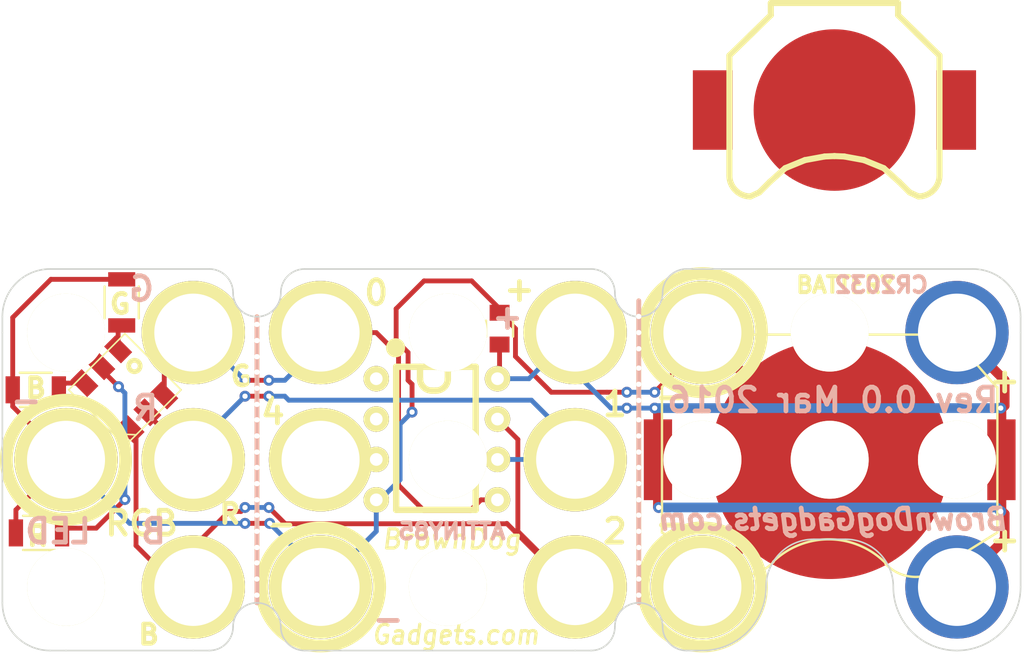
<source format=kicad_pcb>
(kicad_pcb (version 4) (host pcbnew "(2015-08-15 BZR 6092)-product")

  (general
    (links 28)
    (no_connects 0)
    (area 107.939267 30.15 173.078572 60.4024)
    (thickness 1.6)
    (drawings 104)
    (tracks 146)
    (zones 0)
    (modules 47)
    (nets 10)
  )

  (page USLetter)
  (layers
    (0 F.Cu signal)
    (31 B.Cu signal)
    (34 B.Paste user)
    (35 F.Paste user)
    (36 B.SilkS user)
    (37 F.SilkS user)
    (38 B.Mask user)
    (39 F.Mask user hide)
    (40 Dwgs.User user)
    (44 Edge.Cuts user)
  )

  (setup
    (last_trace_width 0.1524)
    (user_trace_width 0.3048)
    (user_trace_width 0.4064)
    (user_trace_width 0.6096)
    (trace_clearance 0.1524)
    (zone_clearance 0.508)
    (zone_45_only no)
    (trace_min 0.1524)
    (segment_width 0.3)
    (edge_width 0.1)
    (via_size 0.6858)
    (via_drill 0.3302)
    (via_min_size 0.6858)
    (via_min_drill 0.3302)
    (user_via 1 0.5)
    (uvia_size 0.762)
    (uvia_drill 0.508)
    (uvias_allowed no)
    (uvia_min_size 0.508)
    (uvia_min_drill 0.127)
    (pcb_text_width 0.3)
    (pcb_text_size 1.5 1.5)
    (mod_edge_width 0.15)
    (mod_text_size 1 1)
    (mod_text_width 0.15)
    (pad_size 6.5 6.5)
    (pad_drill 4.9022)
    (pad_to_mask_clearance 0)
    (aux_axis_origin 0 0)
    (visible_elements 7FFFFFFF)
    (pcbplotparams
      (layerselection 0x010f0_80000001)
      (usegerberextensions true)
      (excludeedgelayer true)
      (linewidth 0.100000)
      (plotframeref false)
      (viasonmask false)
      (mode 1)
      (useauxorigin false)
      (hpglpennumber 1)
      (hpglpenspeed 20)
      (hpglpendiameter 15)
      (hpglpenoverlay 2)
      (psnegative false)
      (psa4output false)
      (plotreference true)
      (plotvalue true)
      (plotinvisibletext false)
      (padsonsilk false)
      (subtractmaskfromsilk false)
      (outputformat 1)
      (mirror false)
      (drillshape 0)
      (scaleselection 1)
      (outputdirectory gerbers/))
  )

  (net 0 "")
  (net 1 GND)
  (net 2 +BATT)
  (net 3 "Net-(D1-Pad2)")
  (net 4 "Net-(IC1-Pad3)")
  (net 5 "Net-(D1-Pad1)")
  (net 6 "Net-(D1-Pad3)")
  (net 7 "Net-(D1-Pad5)")
  (net 8 "Net-(D1-Pad6)")
  (net 9 "Net-(B_1-Pad1)")

  (net_class Default "This is the default net class."
    (clearance 0.1524)
    (trace_width 0.1524)
    (via_dia 0.6858)
    (via_drill 0.3302)
    (uvia_dia 0.762)
    (uvia_drill 0.508)
    (add_net +BATT)
    (add_net GND)
    (add_net "Net-(B_1-Pad1)")
    (add_net "Net-(D1-Pad1)")
    (add_net "Net-(D1-Pad2)")
    (add_net "Net-(D1-Pad3)")
    (add_net "Net-(D1-Pad5)")
    (add_net "Net-(D1-Pad6)")
    (add_net "Net-(IC1-Pad3)")
  )

  (module myFootPrints:keystone_3000 (layer F.Cu) (tedit 56EB8802) (tstamp 56EB8A09)
    (at 161.3 26)
    (descr "Keystone type 3000 coin cell retainer")
    (fp_text reference BAT*** (at 0 -4.5) (layer F.SilkS) hide
      (effects (font (thickness 0.3048)))
    )
    (fp_text value keystone_3000 (at 0 4.5) (layer F.SilkS) hide
      (effects (font (thickness 0.3048)))
    )
    (fp_line (start 0.6096 2.921) (end 1.8542 3.1496) (layer F.SilkS) (width 0.381))
    (fp_line (start 1.8542 3.1496) (end 3.0988 3.6576) (layer F.SilkS) (width 0.381))
    (fp_line (start 3.0988 3.6576) (end 4.064 4.5212) (layer F.SilkS) (width 0.381))
    (fp_line (start 4.064 4.5212) (end 4.7244 5.1816) (layer F.SilkS) (width 0.381))
    (fp_line (start 4.7244 5.1816) (end 5.2832 5.4356) (layer F.SilkS) (width 0.381))
    (fp_line (start 0 2.8956) (end 0.6096 2.921) (layer F.SilkS) (width 0.381))
    (fp_line (start -3.0988 3.6576) (end -4.064 4.5212) (layer F.SilkS) (width 0.381))
    (fp_line (start -4.064 4.5212) (end -4.7244 5.1816) (layer F.SilkS) (width 0.381))
    (fp_line (start -5.2832 5.4356) (end -4.7244 5.1816) (layer F.SilkS) (width 0.381))
    (fp_line (start -3.0988 3.6576) (end -1.8542 3.1496) (layer F.SilkS) (width 0.381))
    (fp_line (start -1.8542 3.1496) (end -0.6096 2.921) (layer F.SilkS) (width 0.381))
    (fp_line (start -0.6096 2.921) (end 0 2.8956) (layer F.SilkS) (width 0.381))
    (fp_arc (start 5.2832 4.1148) (end 6.604 4.1148) (angle 90) (layer F.SilkS) (width 0.381))
    (fp_arc (start -5.2832 4.1148) (end -5.2832 5.4356) (angle 90) (layer F.SilkS) (width 0.381))
    (fp_line (start 6.604 -3.429) (end 6.604 4.064) (layer F.SilkS) (width 0.381))
    (fp_line (start -6.604 -3.429) (end -6.604 4.064) (layer F.SilkS) (width 0.381))
    (fp_line (start 4.0005 -5.969) (end 6.604 -3.429) (layer F.SilkS) (width 0.381))
    (fp_line (start -4.0005 -5.969) (end -6.604 -3.429) (layer F.SilkS) (width 0.381))
    (fp_line (start 3.9995 -6.731) (end 3.9995 -5.969) (layer F.SilkS) (width 0.381))
    (fp_line (start -4.0005 -6.731) (end -4.0005 -5.969) (layer F.SilkS) (width 0.381))
    (fp_line (start -4.0005 -6.731) (end 4.0005 -6.731) (layer F.SilkS) (width 0.381))
    (pad 1 smd rect (at -7.65 0) (size 2.5 5) (layers F.Cu F.Paste F.Mask))
    (pad 1 smd rect (at 7.65 0) (size 2.5 5) (layers F.Cu F.Paste F.Mask))
    (pad 2 smd circle (at 0 0) (size 10.16 10.16) (layers F.Cu F.Paste F.Mask))
    (model walter/battery_holders/keystone_3000.wrl
      (at (xyz 0 0 0))
      (scale (xyz 1 1 1))
      (rotate (xyz 0 0 0))
    )
  )

  (module LEDs:LED_RGB_PLLC-6 (layer F.Cu) (tedit 56E5EA66) (tstamp 56E4EA9C)
    (at 116.7 43.6 315)
    (descr "RGB LED PLLC-6")
    (tags "RGB LED PLLC-6")
    (path /56E511F2)
    (attr smd)
    (fp_text reference D1 (at 0 -2.55 315) (layer F.SilkS) hide
      (effects (font (size 1 1) (thickness 0.15)))
    )
    (fp_text value LED_RGB (at 0 2.8 315) (layer F.Fab)
      (effects (font (size 1 1) (thickness 0.15)))
    )
    (fp_line (start 2.5 1.5) (end 1.4 2.5) (layer F.SilkS) (width 0.1))
    (fp_line (start -2.5 -2.5) (end 2.5 -2.5) (layer F.SilkS) (width 0.1))
    (fp_line (start 2.5 -2.5) (end 2.5 2.5) (layer F.SilkS) (width 0.1))
    (fp_line (start 2.5 2.5) (end -2.5 2.5) (layer F.SilkS) (width 0.1))
    (fp_line (start -2.5 2.5) (end -2.5 -2.5) (layer F.SilkS) (width 0.1))
    (pad 1 smd rect (at -2.1 -1.5 45) (size 1 1.5) (layers F.Cu F.Paste F.Mask)
      (net 5 "Net-(D1-Pad1)"))
    (pad 2 smd rect (at -2.1 0 45) (size 1 1.5) (layers F.Cu F.Paste F.Mask)
      (net 3 "Net-(D1-Pad2)"))
    (pad 3 smd rect (at -2.1 1.5 45) (size 1 1.5) (layers F.Cu F.Paste F.Mask)
      (net 6 "Net-(D1-Pad3)"))
    (pad 4 smd rect (at 2 1.5 45) (size 1 1.5) (layers F.Cu F.Paste F.Mask)
      (net 9 "Net-(B_1-Pad1)"))
    (pad 5 smd rect (at 2 0 45) (size 1 1.5) (layers F.Cu F.Paste F.Mask)
      (net 7 "Net-(D1-Pad5)"))
    (pad 6 smd rect (at 2 -1.5 45) (size 1 1.5) (layers F.Cu F.Paste F.Mask)
      (net 8 "Net-(D1-Pad6)"))
  )

  (module myFootPrints:Lego_Drill (layer F.Cu) (tedit 56D2FF9E) (tstamp 56E4EECC)
    (at 113 40)
    (descr "Through hole pin header")
    (tags "pin header")
    (path /56CE9A5D)
    (fp_text reference P6 (at 0 0) (layer F.SilkS) hide
      (effects (font (size 1 1) (thickness 0.15)))
    )
    (fp_text value CONN_01X01 (at 0 -1.27) (layer F.Fab) hide
      (effects (font (size 1 1) (thickness 0.15)))
    )
    (pad "" np_thru_hole circle (at 0 0) (size 4.9022 4.9022) (drill 4.9022) (layers *.Cu *.Mask F.SilkS))
  )

  (module myFootPrints:Lego_Drill (layer F.Cu) (tedit 56D3000B) (tstamp 56E4EEC3)
    (at 113 56)
    (descr "Through hole pin header")
    (tags "pin header")
    (path /56CE9A5D)
    (fp_text reference P6 (at 0 0) (layer F.SilkS) hide
      (effects (font (size 1 1) (thickness 0.15)))
    )
    (fp_text value CONN_01X01 (at 0 -1.27) (layer F.Fab) hide
      (effects (font (size 0.127 0.127) (thickness 0.03175)))
    )
    (pad "" np_thru_hole circle (at 0 0) (size 4.9022 4.9022) (drill 4.9022) (layers *.Cu *.Mask F.SilkS))
  )

  (module myFootPrints:Lego_Pad_half (layer F.Cu) (tedit 56D3C6EC) (tstamp 56CFB309)
    (at 169 56 180)
    (descr "Through hole pin header")
    (tags "pin header")
    (path /56CFAA4A)
    (fp_text reference PBP1 (at 0 0 180) (layer F.SilkS) hide
      (effects (font (size 1 1) (thickness 0.15)))
    )
    (fp_text value CONN_01X01 (at 0 -1.27 180) (layer F.Fab) hide
      (effects (font (size 0.127 0.127) (thickness 0.03175)))
    )
    (pad 1 thru_hole circle (at 0 0 180) (size 6.5 6.5) (drill 4.9022) (layers *.Cu B.Mask)
      (net 2 +BATT))
  )

  (module myFootPrints:Lego_Pad_half (layer F.Cu) (tedit 56D3C6F3) (tstamp 56CFB314)
    (at 169 40 270)
    (descr "Through hole pin header")
    (tags "pin header")
    (path /56CFA993)
    (fp_text reference PBP2 (at 0 0 270) (layer F.SilkS) hide
      (effects (font (size 1 1) (thickness 0.15)))
    )
    (fp_text value CONN_01X01 (at 0 -1.27 270) (layer F.Fab) hide
      (effects (font (size 0.127 0.127) (thickness 0.03175)))
    )
    (pad 1 thru_hole circle (at 0 0 270) (size 6.5 6.5) (drill 4.9022) (layers *.Cu B.Mask)
      (net 2 +BATT))
  )

  (module myFootPrints:Lego_Pad (layer F.Cu) (tedit 56CE8945) (tstamp 56CE6ECA)
    (at 145 56)
    (descr "Through hole pin header")
    (tags "pin header")
    (path /56CE806B)
    (fp_text reference P2 (at 0 0) (layer F.SilkS) hide
      (effects (font (size 1 1) (thickness 0.15)))
    )
    (fp_text value CONN_01X01 (at 0 -1.27) (layer F.Fab) hide
      (effects (font (size 0.127 0.127) (thickness 0.03175)))
    )
    (pad 1 thru_hole circle (at 0 0) (size 6.5 6.5) (drill 4.8) (layers *.Cu *.Mask F.SilkS)
      (net 9 "Net-(B_1-Pad1)"))
  )

  (module Housings_DIP:DIP-8_W7.62mm (layer F.Cu) (tedit 56E5B609) (tstamp 56CFA5AE)
    (at 132.5 42.9)
    (descr "8-lead dip package, row spacing 7.62 mm (300 mils)")
    (tags "dil dip 2.54 300")
    (path /553EFD0A)
    (fp_text reference IC1 (at 5.25 6.5 90) (layer F.SilkS) hide
      (effects (font (size 1 1) (thickness 0.15)))
    )
    (fp_text value ATTINY85 (at 3.75 4.5 90) (layer F.SilkS) hide
      (effects (font (size 1 1) (thickness 0.15)))
    )
    (fp_line (start 3.5 0.75) (end 3.75 0.75) (layer F.SilkS) (width 0.4))
    (fp_line (start 2.75 0) (end 2.75 -0.75) (layer F.SilkS) (width 0.4))
    (fp_line (start 4.5 0) (end 4.5 -0.75) (layer F.SilkS) (width 0.4))
    (fp_arc (start 3.75 0) (end 4.5 0) (angle 90) (layer F.SilkS) (width 0.4))
    (fp_arc (start 3.5 0) (end 3.5 0.75) (angle 90) (layer F.SilkS) (width 0.4))
    (fp_line (start 1.25 -0.75) (end 1.25 8.25) (layer F.SilkS) (width 0.4))
    (fp_line (start 1.25 8.25) (end 6.25 8.25) (layer F.SilkS) (width 0.4))
    (fp_line (start 6.25 8.25) (end 6.25 -0.75) (layer F.SilkS) (width 0.4))
    (fp_line (start 6.25 -0.75) (end 1.25 -0.75) (layer F.SilkS) (width 0.4))
    (fp_line (start -1.05 -2.45) (end -1.05 10.1) (layer F.CrtYd) (width 0.05))
    (fp_line (start 8.65 -2.45) (end 8.65 10.1) (layer F.CrtYd) (width 0.05))
    (fp_line (start -1.05 -2.45) (end 8.65 -2.45) (layer F.CrtYd) (width 0.05))
    (fp_line (start -1.05 10.1) (end 8.65 10.1) (layer F.CrtYd) (width 0.05))
    (pad 1 thru_hole oval (at 0 0) (size 1.6 1.6) (drill 0.8) (layers *.Cu *.Mask F.SilkS))
    (pad 2 thru_hole oval (at 0 2.54) (size 1.6 1.6) (drill 0.8) (layers *.Cu *.Mask F.SilkS))
    (pad 3 thru_hole oval (at 0 5.08) (size 1.6 1.6) (drill 0.8) (layers *.Cu *.Mask F.SilkS)
      (net 4 "Net-(IC1-Pad3)"))
    (pad 4 thru_hole oval (at 0 7.62) (size 1.6 1.6) (drill 0.8) (layers *.Cu *.Mask F.SilkS)
      (net 1 GND))
    (pad 5 thru_hole oval (at 7.62 7.62) (size 1.6 1.6) (drill 0.8) (layers *.Cu *.Mask F.SilkS)
      (net 8 "Net-(D1-Pad6)"))
    (pad 6 thru_hole oval (at 7.62 5.08) (size 1.6 1.6) (drill 0.8) (layers *.Cu *.Mask F.SilkS)
      (net 7 "Net-(D1-Pad5)"))
    (pad 7 thru_hole oval (at 7.62 2.54) (size 1.6 1.6) (drill 0.8) (layers *.Cu *.Mask F.SilkS)
      (net 9 "Net-(B_1-Pad1)"))
    (pad 8 thru_hole oval (at 7.62 0) (size 1.6 1.6) (drill 0.8) (layers *.Cu *.Mask F.SilkS)
      (net 2 +BATT))
    (model Housings_DIP.3dshapes/DIP-8_W7.62mm.wrl
      (at (xyz 0 0 0))
      (scale (xyz 1 1 1))
      (rotate (xyz 0 0 0))
    )
  )

  (module myFootPrints:Lego_Pad_half (layer F.Cu) (tedit 56D3C65E) (tstamp 56CFCE63)
    (at 129 48 45)
    (descr "Through hole pin header")
    (tags "pin header")
    (path /56CE80D4)
    (fp_text reference P4 (at 0 0 45) (layer F.SilkS) hide
      (effects (font (size 1 1) (thickness 0.15)))
    )
    (fp_text value CONN_01X01 (at 0 -1.27 45) (layer F.Fab) hide
      (effects (font (size 0.127 0.127) (thickness 0.03175)))
    )
    (pad 1 thru_hole circle (at 0 0 45) (size 6.5 6.5) (drill 4.9022) (layers *.Cu *.Mask F.SilkS)
      (net 4 "Net-(IC1-Pad3)"))
  )

  (module myFootPrints:Lego_Pad_half (layer F.Cu) (tedit 56D3C66A) (tstamp 56CFCE5E)
    (at 145 48 225)
    (descr "Through hole pin header")
    (tags "pin header")
    (path /56CE800C)
    (fp_text reference P1 (at 0 0 225) (layer F.SilkS) hide
      (effects (font (size 1 1) (thickness 0.15)))
    )
    (fp_text value CONN_01X01 (at 0 -1.27 225) (layer F.Fab) hide
      (effects (font (size 0.127 0.127) (thickness 0.03175)))
    )
    (pad 1 thru_hole circle (at 0 0 225) (size 6.5 6.5) (drill 4.9022) (layers *.Cu *.Mask F.SilkS)
      (net 7 "Net-(D1-Pad5)"))
  )

  (module myFootPrints:Lego_Drill (layer F.Cu) (tedit 56D2FF9E) (tstamp 56CE7806)
    (at 137 40)
    (descr "Through hole pin header")
    (tags "pin header")
    (path /56CE9A5D)
    (fp_text reference P6 (at 0 0) (layer F.SilkS) hide
      (effects (font (size 1 1) (thickness 0.15)))
    )
    (fp_text value CONN_01X01 (at 0 -1.27) (layer F.Fab) hide
      (effects (font (size 1 1) (thickness 0.15)))
    )
    (pad "" np_thru_hole circle (at 0 0) (size 4.9022 4.9022) (drill 4.9022) (layers *.Cu *.Mask F.SilkS))
  )

  (module myFootPrints:Lego_Pad (layer F.Cu) (tedit 56CE7EDE) (tstamp 56CE717B)
    (at 129 40)
    (descr "Through hole pin header")
    (tags "pin header")
    (path /56CE7426)
    (fp_text reference P0 (at 0 0) (layer F.SilkS) hide
      (effects (font (size 1 1) (thickness 0.15)))
    )
    (fp_text value CONN_01X01 (at 0 -1.27) (layer F.Fab) hide
      (effects (font (size 0.127 0.127) (thickness 0.03175)))
    )
    (pad 1 thru_hole circle (at 0 0) (size 6.5 6.5) (drill 4.9022) (layers *.Cu *.Mask F.SilkS)
      (net 8 "Net-(D1-Pad6)"))
  )

  (module myFootPrints:Lego_Pad (layer F.Cu) (tedit 56CE7EF0) (tstamp 56CE7185)
    (at 129 56)
    (descr "Through hole pin header")
    (tags "pin header")
    (path /56CE73CD)
    (fp_text reference PG1 (at 0 0) (layer F.SilkS) hide
      (effects (font (size 1 1) (thickness 0.15)))
    )
    (fp_text value CONN_01X01 (at 0 -1.27) (layer F.Fab) hide
      (effects (font (size 0.127 0.127) (thickness 0.03175)))
    )
    (pad 1 thru_hole circle (at 0 0) (size 6.5 6.5) (drill 4.9022) (layers *.Cu *.Mask F.SilkS)
      (net 1 GND))
  )

  (module myFootPrints:Lego_Pad (layer F.Cu) (tedit 56CE7FDF) (tstamp 56CE718A)
    (at 145 40)
    (descr "Through hole pin header")
    (tags "pin header")
    (path /56CE72C6)
    (fp_text reference PP1 (at 0 0) (layer F.SilkS) hide
      (effects (font (size 1 1) (thickness 0.15)))
    )
    (fp_text value CONN_01X01 (at 0 -1.27) (layer F.Fab) hide
      (effects (font (size 0.127 0.127) (thickness 0.03175)))
    )
    (pad 1 thru_hole circle (at 0 0) (size 6.5 6.5) (drill 4.9022) (layers *.Cu *.Mask F.SilkS)
      (net 2 +BATT))
  )

  (module myFootPrints:Lego_Drill (layer F.Cu) (tedit 56D2FFC0) (tstamp 56CE75C4)
    (at 137 48)
    (descr "Through hole pin header")
    (tags "pin header")
    (path /56CE9A9C)
    (fp_text reference P7 (at 0 0) (layer F.SilkS) hide
      (effects (font (size 1 1) (thickness 0.15)))
    )
    (fp_text value CONN_01X01 (at 0 -1.27) (layer F.Fab) hide
      (effects (font (size 0.127 0.127) (thickness 0.03175)))
    )
    (pad "" np_thru_hole circle (at 0 0) (size 4.9022 4.9022) (drill 4.9022) (layers *.Cu *.Mask F.SilkS))
  )

  (module myFootPrints:Lego_Drill (layer F.Cu) (tedit 56D3000B) (tstamp 56CE75C9)
    (at 137 56)
    (descr "Through hole pin header")
    (tags "pin header")
    (path /56CE9A5D)
    (fp_text reference P6 (at 0 0) (layer F.SilkS) hide
      (effects (font (size 1 1) (thickness 0.15)))
    )
    (fp_text value CONN_01X01 (at 0 -1.27) (layer F.Fab) hide
      (effects (font (size 0.127 0.127) (thickness 0.03175)))
    )
    (pad "" np_thru_hole circle (at 0 0) (size 4.9022 4.9022) (drill 4.9022) (layers *.Cu *.Mask F.SilkS))
  )

  (module myFootPrints:Lego_Drill (layer F.Cu) (tedit 56D30034) (tstamp 56CFA5C2)
    (at 161 48)
    (descr "Through hole pin header")
    (tags "pin header")
    (path /56CFAF31)
    (fp_text reference P9 (at 0 0) (layer F.SilkS) hide
      (effects (font (size 1 1) (thickness 0.15)))
    )
    (fp_text value CONN_01X01 (at 0 -1.27) (layer F.Fab) hide
      (effects (font (size 0.127 0.127) (thickness 0.03175)))
    )
    (pad "" np_thru_hole circle (at 0 0) (size 4.9022 4.9022) (drill 4.9022) (layers *.Cu *.Mask F.SilkS))
  )

  (module myFootPrints:Lego_Pad (layer F.Cu) (tedit 56E4EC8A) (tstamp 56CFA5DB)
    (at 121 48)
    (descr "Through hole pin header")
    (tags "pin header")
    (path /56CFAC5B)
    (fp_text reference R_1 (at 0 0) (layer F.SilkS) hide
      (effects (font (size 1 1) (thickness 0.15)))
    )
    (fp_text value CONN_01X01 (at 0 -1.27) (layer F.Fab) hide
      (effects (font (size 0.127 0.127) (thickness 0.03175)))
    )
    (pad 1 thru_hole circle (at 0 0) (size 6.5 6.5) (drill 4.9022) (layers *.Cu *.Mask F.SilkS)
      (net 7 "Net-(D1-Pad5)"))
  )

  (module myFootPrints:Lego_Pad (layer F.Cu) (tedit 56E4EC3B) (tstamp 56CFA5E5)
    (at 121 56)
    (descr "Through hole pin header")
    (tags "pin header")
    (path /56CFACCC)
    (fp_text reference B_1 (at 0 0) (layer F.SilkS) hide
      (effects (font (size 1 1) (thickness 0.15)))
    )
    (fp_text value CONN_01X01 (at 0 -1.27) (layer F.Fab) hide
      (effects (font (size 0.127 0.127) (thickness 0.03175)))
    )
    (pad 1 thru_hole circle (at 0 0) (size 6.5 6.5) (drill 4.9022) (layers *.Cu *.Mask F.SilkS)
      (net 9 "Net-(B_1-Pad1)"))
  )

  (module myFootPrints:Lego_Drill (layer F.Cu) (tedit 56D3001E) (tstamp 56CFB2E3)
    (at 169 48)
    (descr "Through hole pin header")
    (tags "pin header")
    (path /56CFB5A1)
    (fp_text reference P11 (at 0 0) (layer F.SilkS) hide
      (effects (font (size 1 1) (thickness 0.15)))
    )
    (fp_text value CONN_01X01 (at 0 -1.27) (layer F.Fab) hide
      (effects (font (size 0.127 0.127) (thickness 0.03175)))
    )
    (pad "" np_thru_hole circle (at 0 0) (size 4.9022 4.9022) (drill 4.9022) (layers *.Cu *.Mask F.SilkS))
  )

  (module myFootPrints:Lego_Drill (layer F.Cu) (tedit 56D2FFD6) (tstamp 56CFB2E8)
    (at 153 48)
    (descr "Through hole pin header")
    (tags "pin header")
    (path /56CFB60B)
    (fp_text reference P10 (at 0 0) (layer F.SilkS) hide
      (effects (font (size 1 1) (thickness 0.15)))
    )
    (fp_text value CONN_01X01 (at 0 -1.27) (layer F.Fab) hide
      (effects (font (size 0.127 0.127) (thickness 0.03175)))
    )
    (pad "" np_thru_hole circle (at 0 0) (size 4.9022 4.9022) (drill 4.9022) (layers *.Cu *.Mask F.SilkS))
  )

  (module myFootPrints:Lego_Pad (layer F.Cu) (tedit 56CE7F16) (tstamp 56CFCA8F)
    (at 153 40)
    (descr "Through hole pin header")
    (tags "pin header")
    (path /56CFA9DB)
    (fp_text reference PBN1 (at 0 0) (layer F.SilkS) hide
      (effects (font (size 1 1) (thickness 0.15)))
    )
    (fp_text value CONN_01X01 (at 0 -1.27) (layer F.Fab) hide
      (effects (font (size 0.127 0.127) (thickness 0.03175)))
    )
    (pad 1 thru_hole circle (at 0 0) (size 6.5 6.5) (drill 4.9022) (layers *.Cu *.Mask F.SilkS)
      (net 1 GND))
  )

  (module myFootPrints:Lego_Pad (layer F.Cu) (tedit 56CE7F16) (tstamp 56CFCA94)
    (at 153 56)
    (descr "Through hole pin header")
    (tags "pin header")
    (path /56CFA91A)
    (fp_text reference PBN2 (at 0 0) (layer F.SilkS) hide
      (effects (font (size 1 1) (thickness 0.15)))
    )
    (fp_text value CONN_01X01 (at 0 -1.27) (layer F.Fab) hide
      (effects (font (size 0.127 0.127) (thickness 0.03175)))
    )
    (pad 1 thru_hole circle (at 0 0) (size 6.5 6.5) (drill 4.9022) (layers *.Cu *.Mask F.SilkS)
      (net 1 GND))
  )

  (module myFootPrints:Lego_Drill (layer F.Cu) (tedit 56D30029) (tstamp 56D12200)
    (at 161 40)
    (descr "Through hole pin header")
    (tags "pin header")
    (path /56CFB520)
    (fp_text reference P3 (at 0 0) (layer F.SilkS) hide
      (effects (font (size 1 1) (thickness 0.15)))
    )
    (fp_text value CONN_01X01 (at 0 -1.27) (layer F.Fab) hide
      (effects (font (size 0.127 0.127) (thickness 0.03175)))
    )
    (pad "" np_thru_hole circle (at 0 0) (size 4.9022 4.9022) (drill 4.9022) (layers *.Cu *.Mask F.SilkS))
  )

  (module myFootPrints:Lego_Pad (layer F.Cu) (tedit 56CE7F16) (tstamp 56D27A1C)
    (at 113 48)
    (descr "Through hole pin header")
    (tags "pin header")
    (path /56D2AA75)
    (fp_text reference PNN1 (at 0 0) (layer F.SilkS) hide
      (effects (font (size 1 1) (thickness 0.15)))
    )
    (fp_text value CONN_01X01 (at 0 -1.27) (layer F.Fab) hide
      (effects (font (size 0.127 0.127) (thickness 0.03175)))
    )
    (pad 1 thru_hole circle (at 0 0) (size 6.5 6.5) (drill 4.9022) (layers *.Cu *.Mask F.SilkS)
      (net 1 GND))
  )

  (module myFootPrints:Lego_Pad (layer F.Cu) (tedit 56E4ECCA) (tstamp 56D27A26)
    (at 121 40)
    (descr "Through hole pin header")
    (tags "pin header")
    (path /56D2A8F0)
    (fp_text reference G_1 (at 0 0) (layer F.SilkS) hide
      (effects (font (size 1 1) (thickness 0.15)))
    )
    (fp_text value CONN_01X01 (at 0 -1.27) (layer F.Fab) hide
      (effects (font (size 0.127 0.127) (thickness 0.03175)))
    )
    (pad 1 thru_hole circle (at 0 0) (size 6.5 6.5) (drill 4.9022) (layers *.Cu *.Mask F.SilkS)
      (net 8 "Net-(D1-Pad6)"))
  )

  (module Capacitors_SMD:C_0805 (layer F.Cu) (tedit 56E5EF05) (tstamp 56E4EA92)
    (at 140.25 39.75 270)
    (descr "Capacitor SMD 0805, reflow soldering, AVX (see smccp.pdf)")
    (tags "capacitor 0805")
    (path /553FDF53)
    (attr smd)
    (fp_text reference C1 (at 0 -2.1 270) (layer F.SilkS) hide
      (effects (font (size 1 1) (thickness 0.15)))
    )
    (fp_text value "0.1 uF" (at 0 2.1 270) (layer F.Fab)
      (effects (font (size 1 1) (thickness 0.15)))
    )
    (fp_line (start -1.8 -1) (end 1.8 -1) (layer F.CrtYd) (width 0.05))
    (fp_line (start -1.8 1) (end 1.8 1) (layer F.CrtYd) (width 0.05))
    (fp_line (start -1.8 -1) (end -1.8 1) (layer F.CrtYd) (width 0.05))
    (fp_line (start 1.8 -1) (end 1.8 1) (layer F.CrtYd) (width 0.05))
    (fp_line (start 0.5 -0.85) (end -0.5 -0.85) (layer F.SilkS) (width 0.15))
    (fp_line (start -0.5 0.85) (end 0.5 0.85) (layer F.SilkS) (width 0.15))
    (pad 1 smd rect (at -1 0 270) (size 1 1.25) (layers F.Cu F.Paste F.Mask)
      (net 1 GND))
    (pad 2 smd rect (at 1 0 270) (size 1 1.25) (layers F.Cu F.Paste F.Mask)
      (net 2 +BATT))
    (model Capacitors_SMD.3dshapes/C_0805.wrl
      (at (xyz 0 0 0))
      (scale (xyz 1 1 1))
      (rotate (xyz 0 0 0))
    )
  )

  (module Resistors_SMD:R_1206 (layer F.Cu) (tedit 56E5B5EB) (tstamp 56E4EAB1)
    (at 111.1 43.6)
    (descr "Resistor SMD 1206, reflow soldering, Vishay (see dcrcw.pdf)")
    (tags "resistor 1206")
    (path /56CEB2B5)
    (attr smd)
    (fp_text reference R1 (at 0 -2.3) (layer F.SilkS) hide
      (effects (font (size 1 1) (thickness 0.15)))
    )
    (fp_text value R (at 0 2.3) (layer F.Fab)
      (effects (font (size 1 1) (thickness 0.15)))
    )
    (fp_line (start -2.2 -1.2) (end 2.2 -1.2) (layer F.CrtYd) (width 0.05))
    (fp_line (start -2.2 1.2) (end 2.2 1.2) (layer F.CrtYd) (width 0.05))
    (fp_line (start -2.2 -1.2) (end -2.2 1.2) (layer F.CrtYd) (width 0.05))
    (fp_line (start 2.2 -1.2) (end 2.2 1.2) (layer F.CrtYd) (width 0.05))
    (fp_line (start 1 1.075) (end -1 1.075) (layer F.SilkS) (width 0.15))
    (fp_line (start -1 -1.075) (end 1 -1.075) (layer F.SilkS) (width 0.15))
    (pad 1 smd rect (at -1.45 0) (size 0.9 1.7) (layers F.Cu F.Paste F.Mask)
      (net 1 GND))
    (pad 2 smd rect (at 1.45 0) (size 0.9 1.7) (layers F.Cu F.Paste F.Mask)
      (net 6 "Net-(D1-Pad3)"))
    (model Resistors_SMD.3dshapes/R_1206.wrl
      (at (xyz 0 0 0))
      (scale (xyz 1 1 1))
      (rotate (xyz 0 0 0))
    )
  )

  (module Resistors_SMD:R_1206 (layer F.Cu) (tedit 56E5EBC4) (tstamp 56E4EAB7)
    (at 111.3 52.6)
    (descr "Resistor SMD 1206, reflow soldering, Vishay (see dcrcw.pdf)")
    (tags "resistor 1206")
    (path /56E52456)
    (attr smd)
    (fp_text reference R2 (at 0 -2.3) (layer F.SilkS) hide
      (effects (font (size 1 1) (thickness 0.15)))
    )
    (fp_text value R (at 0 2.3) (layer F.Fab)
      (effects (font (size 1 1) (thickness 0.15)))
    )
    (fp_line (start -2.2 -1.2) (end 2.2 -1.2) (layer F.CrtYd) (width 0.05))
    (fp_line (start -2.2 1.2) (end 2.2 1.2) (layer F.CrtYd) (width 0.05))
    (fp_line (start -2.2 -1.2) (end -2.2 1.2) (layer F.CrtYd) (width 0.05))
    (fp_line (start 2.2 -1.2) (end 2.2 1.2) (layer F.CrtYd) (width 0.05))
    (fp_line (start 1 1.075) (end -1 1.075) (layer F.SilkS) (width 0.15))
    (fp_line (start -1 -1.075) (end 1 -1.075) (layer F.SilkS) (width 0.15))
    (pad 1 smd rect (at -1.45 0) (size 0.9 1.7) (layers F.Cu F.Paste F.Mask)
      (net 1 GND))
    (pad 2 smd rect (at 1.45 0) (size 0.9 1.7) (layers F.Cu F.Paste F.Mask)
      (net 3 "Net-(D1-Pad2)"))
    (model Resistors_SMD.3dshapes/R_1206.wrl
      (at (xyz 0 0 0))
      (scale (xyz 1 1 1))
      (rotate (xyz 0 0 0))
    )
  )

  (module Resistors_SMD:R_1206 (layer F.Cu) (tedit 56E59C17) (tstamp 56E4EABD)
    (at 116.5 38.1 270)
    (descr "Resistor SMD 1206, reflow soldering, Vishay (see dcrcw.pdf)")
    (tags "resistor 1206")
    (path /56E524EC)
    (attr smd)
    (fp_text reference R3 (at 0 -2.3 270) (layer F.SilkS) hide
      (effects (font (size 1 1) (thickness 0.15)))
    )
    (fp_text value R (at 0 2.3 270) (layer F.Fab)
      (effects (font (size 1 1) (thickness 0.15)))
    )
    (fp_line (start -2.2 -1.2) (end 2.2 -1.2) (layer F.CrtYd) (width 0.05))
    (fp_line (start -2.2 1.2) (end 2.2 1.2) (layer F.CrtYd) (width 0.05))
    (fp_line (start -2.2 -1.2) (end -2.2 1.2) (layer F.CrtYd) (width 0.05))
    (fp_line (start 2.2 -1.2) (end 2.2 1.2) (layer F.CrtYd) (width 0.05))
    (fp_line (start 1 1.075) (end -1 1.075) (layer F.SilkS) (width 0.15))
    (fp_line (start -1 -1.075) (end 1 -1.075) (layer F.SilkS) (width 0.15))
    (pad 1 smd rect (at -1.45 0 270) (size 0.9 1.7) (layers F.Cu F.Paste F.Mask)
      (net 1 GND))
    (pad 2 smd rect (at 1.45 0 270) (size 0.9 1.7) (layers F.Cu F.Paste F.Mask)
      (net 5 "Net-(D1-Pad1)"))
    (model Resistors_SMD.3dshapes/R_1206.wrl
      (at (xyz 0 0 0))
      (scale (xyz 1 1 1))
      (rotate (xyz 0 0 0))
    )
  )

  (module myFootPrints:BATT_CR2032_LEGO (layer F.Cu) (tedit 56D3BAAF) (tstamp 56E4F5C6)
    (at 161 48)
    (tags battery)
    (path /56CFA61E)
    (fp_text reference BT1 (at 0 5.08) (layer F.SilkS) hide
      (effects (font (size 1.72974 1.08712) (thickness 0.27178)))
    )
    (fp_text value Battery (at 0 -2.54) (layer F.SilkS) hide
      (effects (font (size 1.524 1.016) (thickness 0.254)))
    )
    (fp_line (start -7.1755 6.5405) (end -10.541 4.572) (layer F.SilkS) (width 0.15))
    (fp_line (start 7.1755 6.6675) (end 10.541 4.572) (layer F.SilkS) (width 0.15))
    (fp_arc (start -5.4229 4.6355) (end -3.5179 6.4135) (angle 90) (layer F.SilkS) (width 0.15))
    (fp_arc (start 5.4102 4.7625) (end 7.1882 6.6675) (angle 90) (layer F.SilkS) (width 0.15))
    (fp_arc (start -0.0635 10.033) (end -3.556 6.4135) (angle 90) (layer F.SilkS) (width 0.15))
    (fp_line (start 7.62 -7.874) (end 10.541 -4.5085) (layer F.SilkS) (width 0.15))
    (fp_line (start -10.541 -4.572) (end -7.5565 -7.9375) (layer F.SilkS) (width 0.15))
    (fp_line (start -7.62 -7.874) (end 7.62 -7.874) (layer F.SilkS) (width 0.15))
    (fp_line (start -10.541 4.572) (end -10.541 -4.572) (layer F.SilkS) (width 0.15))
    (fp_line (start 10.541 4.572) (end 10.541 -4.572) (layer F.SilkS) (width 0.15))
    (fp_circle (center 0 0) (end -10.16 0) (layer Dwgs.User) (width 0.15))
    (pad 2 smd circle (at 0 0) (size 15 15) (layers F.Cu F.Paste F.Mask)
      (net 1 GND))
    (pad 1 smd rect (at -10.795 0) (size 1.778 5.08) (layers F.Cu F.Paste F.Mask)
      (net 2 +BATT))
    (pad 1 smd rect (at 10.795 0) (size 1.778 5.08) (layers F.Cu F.Paste F.Mask)
      (net 2 +BATT))
    (model walter/battery_holders/keystone_3008.wrl
      (at (xyz 0 0 0))
      (scale (xyz 0.7 0.7 0.7))
      (rotate (xyz 0 0 0))
    )
  )

  (module myFootPrints:MOUSEBITEx3 (layer F.Cu) (tedit 56D33F8B) (tstamp 56E502BD)
    (at 149 40 90)
    (descr "module 1 pin (ou trou mecanique de percage)")
    (tags DEV)
    (fp_text reference B3 (at 0 0 90) (layer F.SilkS) hide
      (effects (font (size 0.127 0.127) (thickness 0.0254)))
    )
    (fp_text value 1pin (at 0 0 90) (layer F.Fab) hide
      (effects (font (size 0.127 0.127) (thickness 0.0254)))
    )
    (pad "" np_thru_hole circle (at -1.016 0 90) (size 0.3302 0.3302) (drill 0.3302) (layers *.Cu *.Mask F.SilkS))
    (pad "" np_thru_hole circle (at 1.016 0 90) (size 0.3302 0.3302) (drill 0.3302) (layers *.Cu *.Mask F.SilkS))
    (pad "" np_thru_hole circle (at 0 0 90) (size 0.3302 0.3302) (drill 0.3302) (layers *.Cu *.Mask F.SilkS))
  )

  (module myFootPrints:MOUSEBITEx3 (layer F.Cu) (tedit 56D33F8B) (tstamp 56E502D6)
    (at 149 49.5 90)
    (descr "module 1 pin (ou trou mecanique de percage)")
    (tags DEV)
    (fp_text reference B3 (at 0 0 90) (layer F.SilkS) hide
      (effects (font (size 0.127 0.127) (thickness 0.0254)))
    )
    (fp_text value 1pin (at 0 0 90) (layer F.Fab) hide
      (effects (font (size 0.127 0.127) (thickness 0.0254)))
    )
    (pad "" np_thru_hole circle (at -1.016 0 90) (size 0.3302 0.3302) (drill 0.3302) (layers *.Cu *.Mask F.SilkS))
    (pad "" np_thru_hole circle (at 1.016 0 90) (size 0.3302 0.3302) (drill 0.3302) (layers *.Cu *.Mask F.SilkS))
    (pad "" np_thru_hole circle (at 0 0 90) (size 0.3302 0.3302) (drill 0.3302) (layers *.Cu *.Mask F.SilkS))
  )

  (module myFootPrints:MOUSEBITEx3 (layer F.Cu) (tedit 56D33F8B) (tstamp 56E502E0)
    (at 149 52.5 90)
    (descr "module 1 pin (ou trou mecanique de percage)")
    (tags DEV)
    (fp_text reference B3 (at 0 0 90) (layer F.SilkS) hide
      (effects (font (size 0.127 0.127) (thickness 0.0254)))
    )
    (fp_text value 1pin (at 0 0 90) (layer F.Fab) hide
      (effects (font (size 0.127 0.127) (thickness 0.0254)))
    )
    (pad "" np_thru_hole circle (at -1.016 0 90) (size 0.3302 0.3302) (drill 0.3302) (layers *.Cu *.Mask F.SilkS))
    (pad "" np_thru_hole circle (at 1.016 0 90) (size 0.3302 0.3302) (drill 0.3302) (layers *.Cu *.Mask F.SilkS))
    (pad "" np_thru_hole circle (at 0 0 90) (size 0.3302 0.3302) (drill 0.3302) (layers *.Cu *.Mask F.SilkS))
  )

  (module myFootPrints:MOUSEBITEx3 (layer F.Cu) (tedit 56D33F8B) (tstamp 56E502EC)
    (at 149 55.5 90)
    (descr "module 1 pin (ou trou mecanique de percage)")
    (tags DEV)
    (fp_text reference B3 (at 0 0 90) (layer F.SilkS) hide
      (effects (font (size 0.127 0.127) (thickness 0.0254)))
    )
    (fp_text value 1pin (at 0 0 90) (layer F.Fab) hide
      (effects (font (size 0.127 0.127) (thickness 0.0254)))
    )
    (pad "" np_thru_hole circle (at -1.016 0 90) (size 0.3302 0.3302) (drill 0.3302) (layers *.Cu *.Mask F.SilkS))
    (pad "" np_thru_hole circle (at 1.016 0 90) (size 0.3302 0.3302) (drill 0.3302) (layers *.Cu *.Mask F.SilkS))
    (pad "" np_thru_hole circle (at 0 0 90) (size 0.3302 0.3302) (drill 0.3302) (layers *.Cu *.Mask F.SilkS))
  )

  (module myFootPrints:divot (layer F.Cu) (tedit 56D3B453) (tstamp 56E503CE)
    (at 149 60 180)
    (descr "module 1 pin (ou trou mecanique de percage)")
    (tags DEV)
    (fp_text reference DIVOT (at 0 0.5 180) (layer Edge.Cuts) hide
      (effects (font (size 0.127 0.127) (thickness 0.03175)))
    )
    (fp_text value divot (at 0 0.254 180) (layer F.Fab) hide
      (effects (font (size 0.5 0.5) (thickness 0.01)))
    )
    (fp_arc (start -3 1.5) (end -3 0) (angle 90) (layer Edge.Cuts) (width 0.1))
    (fp_arc (start 3 1.5) (end 1.5 1.5) (angle 90) (layer Edge.Cuts) (width 0.1))
    (fp_arc (start 0 1.5) (end 1.5 1.5) (angle 90) (layer Edge.Cuts) (width 0.1))
    (fp_arc (start 0 1.5) (end 0 3) (angle 90) (layer Edge.Cuts) (width 0.1))
  )

  (module myFootPrints:divot (layer F.Cu) (tedit 56D3B453) (tstamp 56E503D7)
    (at 125 60 180)
    (descr "module 1 pin (ou trou mecanique de percage)")
    (tags DEV)
    (fp_text reference DIVOT (at 0 0.5 180) (layer Edge.Cuts) hide
      (effects (font (size 0.127 0.127) (thickness 0.03175)))
    )
    (fp_text value divot (at 0 0.254 180) (layer F.Fab) hide
      (effects (font (size 0.5 0.5) (thickness 0.01)))
    )
    (fp_arc (start -3 1.5) (end -3 0) (angle 90) (layer Edge.Cuts) (width 0.1))
    (fp_arc (start 3 1.5) (end 1.5 1.5) (angle 90) (layer Edge.Cuts) (width 0.1))
    (fp_arc (start 0 1.5) (end 1.5 1.5) (angle 90) (layer Edge.Cuts) (width 0.1))
    (fp_arc (start 0 1.5) (end 0 3) (angle 90) (layer Edge.Cuts) (width 0.1))
  )

  (module myFootPrints:divot (layer F.Cu) (tedit 56D3B453) (tstamp 56E50416)
    (at 125 36)
    (descr "module 1 pin (ou trou mecanique de percage)")
    (tags DEV)
    (fp_text reference DIVOT (at 0 0.5) (layer Edge.Cuts) hide
      (effects (font (size 0.127 0.127) (thickness 0.03175)))
    )
    (fp_text value divot (at 0 0.254) (layer F.Fab) hide
      (effects (font (size 0.5 0.5) (thickness 0.01)))
    )
    (fp_arc (start -3 1.5) (end -3 0) (angle 90) (layer Edge.Cuts) (width 0.1))
    (fp_arc (start 3 1.5) (end 1.5 1.5) (angle 90) (layer Edge.Cuts) (width 0.1))
    (fp_arc (start 0 1.5) (end 1.5 1.5) (angle 90) (layer Edge.Cuts) (width 0.1))
    (fp_arc (start 0 1.5) (end 0 3) (angle 90) (layer Edge.Cuts) (width 0.1))
  )

  (module myFootPrints:divot (layer F.Cu) (tedit 56D3B453) (tstamp 56E5041D)
    (at 149 36)
    (descr "module 1 pin (ou trou mecanique de percage)")
    (tags DEV)
    (fp_text reference DIVOT (at 0 0.5) (layer Edge.Cuts) hide
      (effects (font (size 0.127 0.127) (thickness 0.03175)))
    )
    (fp_text value divot (at 0 0.254) (layer F.Fab) hide
      (effects (font (size 0.5 0.5) (thickness 0.01)))
    )
    (fp_arc (start -3 1.5) (end -3 0) (angle 90) (layer Edge.Cuts) (width 0.1))
    (fp_arc (start 3 1.5) (end 1.5 1.5) (angle 90) (layer Edge.Cuts) (width 0.1))
    (fp_arc (start 0 1.5) (end 1.5 1.5) (angle 90) (layer Edge.Cuts) (width 0.1))
    (fp_arc (start 0 1.5) (end 0 3) (angle 90) (layer Edge.Cuts) (width 0.1))
  )

  (module myFootPrints:MOUSEBITEx3 (layer F.Cu) (tedit 56D33F8B) (tstamp 56E5AF29)
    (at 149 46.5 90)
    (descr "module 1 pin (ou trou mecanique de percage)")
    (tags DEV)
    (fp_text reference B3 (at 0 0 90) (layer F.SilkS) hide
      (effects (font (size 0.127 0.127) (thickness 0.0254)))
    )
    (fp_text value 1pin (at 0 0 90) (layer F.Fab) hide
      (effects (font (size 0.127 0.127) (thickness 0.0254)))
    )
    (pad "" np_thru_hole circle (at -1.016 0 90) (size 0.3302 0.3302) (drill 0.3302) (layers *.Cu *.Mask F.SilkS))
    (pad "" np_thru_hole circle (at 1.016 0 90) (size 0.3302 0.3302) (drill 0.3302) (layers *.Cu *.Mask F.SilkS))
    (pad "" np_thru_hole circle (at 0 0 90) (size 0.3302 0.3302) (drill 0.3302) (layers *.Cu *.Mask F.SilkS))
  )

  (module myFootPrints:MOUSEBITEx3 (layer F.Cu) (tedit 56D33F8B) (tstamp 56E5AF35)
    (at 149 43.25 90)
    (descr "module 1 pin (ou trou mecanique de percage)")
    (tags DEV)
    (fp_text reference B3 (at 0 0 90) (layer F.SilkS) hide
      (effects (font (size 0.127 0.127) (thickness 0.0254)))
    )
    (fp_text value 1pin (at 0 0 90) (layer F.Fab) hide
      (effects (font (size 0.127 0.127) (thickness 0.0254)))
    )
    (pad "" np_thru_hole circle (at -1.016 0 90) (size 0.3302 0.3302) (drill 0.3302) (layers *.Cu *.Mask F.SilkS))
    (pad "" np_thru_hole circle (at 1.016 0 90) (size 0.3302 0.3302) (drill 0.3302) (layers *.Cu *.Mask F.SilkS))
    (pad "" np_thru_hole circle (at 0 0 90) (size 0.3302 0.3302) (drill 0.3302) (layers *.Cu *.Mask F.SilkS))
  )

  (module myFootPrints:MOUSEBITEx3 (layer F.Cu) (tedit 56D33F8B) (tstamp 56E5AF4D)
    (at 125 55.5 90)
    (descr "module 1 pin (ou trou mecanique de percage)")
    (tags DEV)
    (fp_text reference B3 (at 0 0 90) (layer F.SilkS) hide
      (effects (font (size 0.127 0.127) (thickness 0.0254)))
    )
    (fp_text value 1pin (at 0 0 90) (layer F.Fab) hide
      (effects (font (size 0.127 0.127) (thickness 0.0254)))
    )
    (pad "" np_thru_hole circle (at -1.016 0 90) (size 0.3302 0.3302) (drill 0.3302) (layers *.Cu *.Mask F.SilkS))
    (pad "" np_thru_hole circle (at 1.016 0 90) (size 0.3302 0.3302) (drill 0.3302) (layers *.Cu *.Mask F.SilkS))
    (pad "" np_thru_hole circle (at 0 0 90) (size 0.3302 0.3302) (drill 0.3302) (layers *.Cu *.Mask F.SilkS))
  )

  (module myFootPrints:MOUSEBITEx3 (layer F.Cu) (tedit 56D33F8B) (tstamp 56E5AF5B)
    (at 125 52.5 90)
    (descr "module 1 pin (ou trou mecanique de percage)")
    (tags DEV)
    (fp_text reference B3 (at 0 0 90) (layer F.SilkS) hide
      (effects (font (size 0.127 0.127) (thickness 0.0254)))
    )
    (fp_text value 1pin (at 0 0 90) (layer F.Fab) hide
      (effects (font (size 0.127 0.127) (thickness 0.0254)))
    )
    (pad "" np_thru_hole circle (at -1.016 0 90) (size 0.3302 0.3302) (drill 0.3302) (layers *.Cu *.Mask F.SilkS))
    (pad "" np_thru_hole circle (at 1.016 0 90) (size 0.3302 0.3302) (drill 0.3302) (layers *.Cu *.Mask F.SilkS))
    (pad "" np_thru_hole circle (at 0 0 90) (size 0.3302 0.3302) (drill 0.3302) (layers *.Cu *.Mask F.SilkS))
  )

  (module myFootPrints:MOUSEBITEx3 (layer F.Cu) (tedit 56D33F8B) (tstamp 56E5AF69)
    (at 125 49.5 90)
    (descr "module 1 pin (ou trou mecanique de percage)")
    (tags DEV)
    (fp_text reference B3 (at 0 0 90) (layer F.SilkS) hide
      (effects (font (size 0.127 0.127) (thickness 0.0254)))
    )
    (fp_text value 1pin (at 0 0 90) (layer F.Fab) hide
      (effects (font (size 0.127 0.127) (thickness 0.0254)))
    )
    (pad "" np_thru_hole circle (at -1.016 0 90) (size 0.3302 0.3302) (drill 0.3302) (layers *.Cu *.Mask F.SilkS))
    (pad "" np_thru_hole circle (at 1.016 0 90) (size 0.3302 0.3302) (drill 0.3302) (layers *.Cu *.Mask F.SilkS))
    (pad "" np_thru_hole circle (at 0 0 90) (size 0.3302 0.3302) (drill 0.3302) (layers *.Cu *.Mask F.SilkS))
  )

  (module myFootPrints:MOUSEBITEx3 (layer F.Cu) (tedit 56D33F8B) (tstamp 56E5AF70)
    (at 125 46.5 90)
    (descr "module 1 pin (ou trou mecanique de percage)")
    (tags DEV)
    (fp_text reference B3 (at 0 0 90) (layer F.SilkS) hide
      (effects (font (size 0.127 0.127) (thickness 0.0254)))
    )
    (fp_text value 1pin (at 0 0 90) (layer F.Fab) hide
      (effects (font (size 0.127 0.127) (thickness 0.0254)))
    )
    (pad "" np_thru_hole circle (at -1.016 0 90) (size 0.3302 0.3302) (drill 0.3302) (layers *.Cu *.Mask F.SilkS))
    (pad "" np_thru_hole circle (at 1.016 0 90) (size 0.3302 0.3302) (drill 0.3302) (layers *.Cu *.Mask F.SilkS))
    (pad "" np_thru_hole circle (at 0 0 90) (size 0.3302 0.3302) (drill 0.3302) (layers *.Cu *.Mask F.SilkS))
  )

  (module myFootPrints:MOUSEBITEx3 (layer F.Cu) (tedit 56D33F8B) (tstamp 56E5AF78)
    (at 125 43.5 90)
    (descr "module 1 pin (ou trou mecanique de percage)")
    (tags DEV)
    (fp_text reference B3 (at 0 0 90) (layer F.SilkS) hide
      (effects (font (size 0.127 0.127) (thickness 0.0254)))
    )
    (fp_text value 1pin (at 0 0 90) (layer F.Fab) hide
      (effects (font (size 0.127 0.127) (thickness 0.0254)))
    )
    (pad "" np_thru_hole circle (at -1.016 0 90) (size 0.3302 0.3302) (drill 0.3302) (layers *.Cu *.Mask F.SilkS))
    (pad "" np_thru_hole circle (at 1.016 0 90) (size 0.3302 0.3302) (drill 0.3302) (layers *.Cu *.Mask F.SilkS))
    (pad "" np_thru_hole circle (at 0 0 90) (size 0.3302 0.3302) (drill 0.3302) (layers *.Cu *.Mask F.SilkS))
  )

  (module myFootPrints:MOUSEBITEx3 (layer F.Cu) (tedit 56D33F8B) (tstamp 56E5AF80)
    (at 125 40.5 90)
    (descr "module 1 pin (ou trou mecanique de percage)")
    (tags DEV)
    (fp_text reference B3 (at 0 0 90) (layer F.SilkS) hide
      (effects (font (size 0.127 0.127) (thickness 0.0254)))
    )
    (fp_text value 1pin (at 0 0 90) (layer F.Fab) hide
      (effects (font (size 0.127 0.127) (thickness 0.0254)))
    )
    (pad "" np_thru_hole circle (at -1.016 0 90) (size 0.3302 0.3302) (drill 0.3302) (layers *.Cu *.Mask F.SilkS))
    (pad "" np_thru_hole circle (at 1.016 0 90) (size 0.3302 0.3302) (drill 0.3302) (layers *.Cu *.Mask F.SilkS))
    (pad "" np_thru_hole circle (at 0 0 90) (size 0.3302 0.3302) (drill 0.3302) (layers *.Cu *.Mask F.SilkS))
  )

  (gr_circle (center 117.3 42.1) (end 117.6 42.3) (layer F.SilkS) (width 0.3))
  (gr_text LED (at 112.5 52.5) (layer B.SilkS)
    (effects (font (size 1.5 1.5) (thickness 0.3)) (justify mirror))
  )
  (gr_text "RGB 5050 LED\nwww.adafruit.com/products/619" (at 109.25 31.75) (layer Dwgs.User)
    (effects (font (size 1 1) (thickness 0.1)) (justify left))
  )
  (gr_text Gadgets.com (at 137.5 59) (layer F.SilkS)
    (effects (font (size 1.2 1.1) (thickness 0.2) italic))
  )
  (gr_text B (at 118.5 52.5) (layer B.SilkS)
    (effects (font (size 1.5 1.5) (thickness 0.3)) (justify mirror))
  )
  (gr_text G (at 117.75 37.25) (layer B.SilkS)
    (effects (font (size 1.5 1.5) (thickness 0.3)) (justify mirror))
  )
  (gr_text R (at 118 44.75) (layer B.SilkS)
    (effects (font (size 1.5 1.5) (thickness 0.3)) (justify mirror))
  )
  (gr_text "Mar 2016" (at 156.25 44.25) (layer B.SilkS)
    (effects (font (size 1.5 1.5) (thickness 0.3)) (justify mirror))
  )
  (gr_line (start 125 39) (end 125 57) (angle 90) (layer B.SilkS) (width 0.3))
  (gr_line (start 125 39) (end 125 57) (angle 90) (layer F.SilkS) (width 0.3))
  (gr_text B (at 118.2 59) (layer F.SilkS)
    (effects (font (size 1.2 1.2) (thickness 0.3)))
  )
  (gr_text R (at 123.3 51.4) (layer F.SilkS)
    (effects (font (size 1.2 1.2) (thickness 0.3)))
  )
  (gr_text G (at 124 42.75) (layer F.SilkS)
    (effects (font (size 1.2 1.2) (thickness 0.3)))
  )
  (gr_text RGB (at 117.75 52) (layer F.SilkS)
    (effects (font (size 1.5 1.5) (thickness 0.3)))
  )
  (gr_text B (at 111.1 43.5) (layer F.SilkS)
    (effects (font (size 1.2 1.2) (thickness 0.3)))
  )
  (gr_text G (at 116.4 38.2) (layer F.SilkS)
    (effects (font (size 1.2 1.2) (thickness 0.3)))
  )
  (gr_text R (at 111.2 52.8) (layer F.SilkS)
    (effects (font (size 1.2 1.2) (thickness 0.3)))
  )
  (gr_line (start 109 57) (end 109 49) (angle 90) (layer Edge.Cuts) (width 0.1))
  (gr_line (start 112 60) (end 113 60) (angle 90) (layer Edge.Cuts) (width 0.1))
  (gr_arc (start 112 57) (end 112 60) (angle 90) (layer Edge.Cuts) (width 0.1))
  (gr_line (start 112 36) (end 122 36) (angle 90) (layer Edge.Cuts) (width 0.1))
  (gr_arc (start 112 39) (end 109 39) (angle 90) (layer Edge.Cuts) (width 0.1))
  (gr_line (start 146 36) (end 128 36) (angle 90) (layer Edge.Cuts) (width 0.1))
  (gr_line (start 170 36) (end 152 36) (angle 90) (layer Edge.Cuts) (width 0.1))
  (gr_arc (start 170 39) (end 170 36) (angle 90) (layer Edge.Cuts) (width 0.1))
  (gr_line (start 149 57) (end 149 38) (angle 90) (layer B.SilkS) (width 0.3))
  (gr_line (start 149 38) (end 149 57) (angle 90) (layer F.SilkS) (width 0.3))
  (gr_line (start 109 49) (end 109 48) (angle 90) (layer Edge.Cuts) (width 0.1))
  (gr_line (start 122 60) (end 121 60) (angle 90) (layer Edge.Cuts) (width 0.1))
  (gr_line (start 129 60) (end 128 60) (angle 90) (layer Edge.Cuts) (width 0.1))
  (gr_line (start 152 60) (end 153 60) (angle 90) (layer Edge.Cuts) (width 0.1))
  (gr_line (start 145 60) (end 146 60) (angle 90) (layer Edge.Cuts) (width 0.1))
  (gr_line (start 173 39) (end 173 40) (angle 90) (layer Edge.Cuts) (width 0.1))
  (gr_line (start 109 40) (end 109 39) (angle 90) (layer Edge.Cuts) (width 0.1))
  (gr_text "Rev 0.0\n" (at 167.25 44.25) (layer B.SilkS)
    (effects (font (size 1.5 1.5) (thickness 0.3)) (justify mirror))
  )
  (gr_line (start 121 60) (end 113 60) (angle 90) (layer Edge.Cuts) (width 0.1))
  (gr_text - (at 133.25 58) (layer B.SilkS)
    (effects (font (size 1.5 1.5) (thickness 0.3)) (justify mirror))
  )
  (gr_text + (at 140.75 39) (layer B.SilkS)
    (effects (font (size 1.5 1.5) (thickness 0.3)) (justify mirror))
  )
  (gr_text - (at 110.5 44.25) (layer B.SilkS)
    (effects (font (size 1.5 1.5) (thickness 0.3)) (justify mirror))
  )
  (gr_text BATTERY (at 162 37) (layer F.SilkS)
    (effects (font (size 1 1) (thickness 0.25)))
  )
  (gr_text BrownDog (at 137.25 53) (layer F.SilkS)
    (effects (font (size 1.2 1.2) (thickness 0.2) italic))
  )
  (gr_text 2 (at 147.5 52.5) (layer F.SilkS)
    (effects (font (size 1.5 1.5) (thickness 0.3)))
  )
  (gr_circle (center 153 56) (end 150.25 53.5) (layer F.SilkS) (width 0.8))
  (gr_circle (center 129 56) (end 126.25 53.5) (layer F.SilkS) (width 0.8))
  (gr_circle (center 113 48) (end 110 45.75) (layer F.SilkS) (width 0.8))
  (gr_circle (center 153 40) (end 150.25 37.5) (layer F.SilkS) (width 0.8))
  (gr_line (start 109 40) (end 109 48) (angle 90) (layer Edge.Cuts) (width 0.1))
  (gr_text ATTINY85 (at 137.25 52.5) (layer B.SilkS)
    (effects (font (size 1 1) (thickness 0.25)) (justify mirror))
  )
  (gr_text CR2032 (at 164.25 37) (layer B.SilkS)
    (effects (font (size 1 1) (thickness 0.25)) (justify mirror))
  )
  (gr_text BrownDogGadgets.com (at 161.25 51.75) (layer B.SilkS)
    (effects (font (size 1.3 1.3) (thickness 0.3) italic) (justify mirror))
  )
  (gr_text - (at 151 44) (layer F.SilkS)
    (effects (font (size 1.5 1.5) (thickness 0.3)))
  )
  (gr_text - (at 151 52) (layer F.SilkS)
    (effects (font (size 1.5 1.5) (thickness 0.3)))
  )
  (gr_text + (at 172 43) (layer F.SilkS)
    (effects (font (size 1.5 1.5) (thickness 0.3)))
  )
  (gr_text + (at 172 53) (layer F.SilkS)
    (effects (font (size 1.5 1.5) (thickness 0.3)))
  )
  (gr_line (start 160 53) (end 162 53) (angle 90) (layer Edge.Cuts) (width 0.1))
  (gr_arc (start 160 56) (end 157 56) (angle 90) (layer Edge.Cuts) (width 0.1))
  (gr_arc (start 162 56) (end 162 53) (angle 90) (layer Edge.Cuts) (width 0.1))
  (gr_arc (start 169 56) (end 169 60) (angle 90) (layer Edge.Cuts) (width 0.1))
  (gr_arc (start 153 56) (end 157 56) (angle 90) (layer Edge.Cuts) (width 0.1))
  (gr_text 0 (at 132.5 37.5) (layer F.SilkS)
    (effects (font (size 1.5 1.5) (thickness 0.3)))
  )
  (gr_line (start 173 56) (end 173 40) (angle 90) (layer Edge.Cuts) (width 0.1))
  (gr_arc (start 169 56) (end 173 56) (angle 90) (layer Edge.Cuts) (width 0.1))
  (gr_line (start 153 49) (end 153 47) (angle 90) (layer Dwgs.User) (width 0.2))
  (gr_line (start 153 49) (end 153 47) (angle 90) (layer Dwgs.User) (width 0.2))
  (gr_line (start 161 49) (end 161 47) (angle 90) (layer Dwgs.User) (width 0.2))
  (gr_line (start 169 49) (end 169 47) (angle 90) (layer Dwgs.User) (width 0.2))
  (gr_line (start 169 55) (end 169 57) (angle 90) (layer Dwgs.User) (width 0.2))
  (gr_line (start 161 55) (end 161 57) (angle 90) (layer Dwgs.User) (width 0.2))
  (gr_line (start 153 55) (end 153 57) (angle 90) (layer Dwgs.User) (width 0.2))
  (gr_line (start 153 55) (end 153 57) (angle 90) (layer Dwgs.User) (width 0.2))
  (gr_line (start 168 56) (end 170 56) (angle 90) (layer Dwgs.User) (width 0.2))
  (gr_line (start 160 56) (end 162 56) (angle 90) (layer Dwgs.User) (width 0.2))
  (gr_line (start 152 56) (end 154 56) (angle 90) (layer Dwgs.User) (width 0.2))
  (gr_line (start 152 56) (end 154 56) (angle 90) (layer Dwgs.User) (width 0.2))
  (gr_line (start 168 48) (end 170 48) (angle 90) (layer Dwgs.User) (width 0.2))
  (gr_line (start 160 48) (end 162 48) (angle 90) (layer Dwgs.User) (width 0.2))
  (gr_line (start 152 48) (end 154 48) (angle 90) (layer Dwgs.User) (width 0.2))
  (gr_line (start 152 48) (end 154 48) (angle 90) (layer Dwgs.User) (width 0.2))
  (gr_line (start 153 41) (end 153 39) (angle 90) (layer Dwgs.User) (width 0.2) (tstamp 56CFA839))
  (gr_line (start 152 40) (end 154 40) (angle 90) (layer Dwgs.User) (width 0.2) (tstamp 56CFA838))
  (gr_line (start 152 40) (end 154 40) (angle 90) (layer Dwgs.User) (width 0.2) (tstamp 56CFA837))
  (gr_line (start 153 41) (end 153 39) (angle 90) (layer Dwgs.User) (width 0.2) (tstamp 56CFA836))
  (gr_line (start 153 41) (end 153 39) (angle 90) (layer Dwgs.User) (width 0.2) (tstamp 56CFA825))
  (gr_line (start 152 40) (end 154 40) (angle 90) (layer Dwgs.User) (width 0.2) (tstamp 56CFA824))
  (gr_line (start 153 39) (end 153 41) (angle 90) (layer Dwgs.User) (width 0.2) (tstamp 56CFA823))
  (gr_line (start 152 40) (end 154 40) (angle 90) (layer Dwgs.User) (width 0.2) (tstamp 56CFA822))
  (gr_line (start 161 39) (end 161 41) (angle 90) (layer Dwgs.User) (width 0.2) (tstamp 56CFA821))
  (gr_line (start 160 40) (end 162 40) (angle 90) (layer Dwgs.User) (width 0.2) (tstamp 56CFA820))
  (gr_line (start 169 39) (end 169 41) (angle 90) (layer Dwgs.User) (width 0.2) (tstamp 56CFA81F))
  (gr_line (start 168 40) (end 170 40) (angle 90) (layer Dwgs.User) (width 0.2) (tstamp 56CFA81E))
  (gr_line (start 168 40) (end 170 40) (angle 90) (layer Dwgs.User) (width 0.2))
  (gr_line (start 169 39) (end 169 41) (angle 90) (layer Dwgs.User) (width 0.2))
  (gr_line (start 160 40) (end 162 40) (angle 90) (layer Dwgs.User) (width 0.2))
  (gr_line (start 161 39) (end 161 41) (angle 90) (layer Dwgs.User) (width 0.2))
  (gr_line (start 152 40) (end 154 40) (angle 90) (layer Dwgs.User) (width 0.2))
  (gr_line (start 153 39) (end 153 41) (angle 90) (layer Dwgs.User) (width 0.2))
  (gr_line (start 152 40) (end 154 40) (angle 90) (layer Dwgs.User) (width 0.2))
  (gr_line (start 153 41) (end 153 39) (angle 90) (layer Dwgs.User) (width 0.2))
  (gr_text - (at 126.5 52) (layer F.SilkS)
    (effects (font (size 1.5 1.5) (thickness 0.3)))
  )
  (gr_text 1 (at 147.5 44.5) (layer F.SilkS)
    (effects (font (size 1.5 1.5) (thickness 0.3)))
  )
  (gr_text 4 (at 126 45) (layer F.SilkS)
    (effects (font (size 1.5 1.5) (thickness 0.3)))
  )
  (gr_text + (at 141.5 37.25) (layer F.SilkS)
    (effects (font (size 1.5 1.5) (thickness 0.3)))
  )
  (gr_circle (center 133.714 40.955) (end 133.714 40.655) (layer F.SilkS) (width 0.6))
  (gr_line (start 129 60) (end 145 60) (angle 90) (layer Edge.Cuts) (width 0.1))

  (segment (start 116.5 36.65) (end 112.05 36.65) (width 0.3048) (layer F.Cu) (net 1))
  (segment (start 109.65 39.05) (end 109.65 43.6) (width 0.3048) (layer F.Cu) (net 1) (tstamp 56E5EC33))
  (segment (start 112.05 36.65) (end 109.65 39.05) (width 0.3048) (layer F.Cu) (net 1) (tstamp 56E5EC2D))
  (segment (start 109.65 43.6) (end 109.65 44.65) (width 0.3048) (layer F.Cu) (net 1))
  (segment (start 109.65 44.65) (end 113 48) (width 0.3048) (layer F.Cu) (net 1) (tstamp 56E5EC1A))
  (segment (start 109.85 52.6) (end 109.85 51.15) (width 0.3048) (layer F.Cu) (net 1))
  (segment (start 109.85 51.15) (end 113 48) (width 0.3048) (layer F.Cu) (net 1) (tstamp 56E5EC15))
  (via (at 125.8 52) (size 0.6858) (drill 0.3302) (layers F.Cu B.Cu) (net 1))
  (segment (start 113 48) (end 117 52) (width 0.3048) (layer B.Cu) (net 1) (tstamp 56E4F22A))
  (segment (start 125.8 52) (end 129 55.2) (width 0.3048) (layer B.Cu) (net 1) (tstamp 56E4F21A))
  (segment (start 124.25 52) (end 117 52) (width 0.3048) (layer B.Cu) (net 1) (tstamp 56E5B1FA))
  (via (at 124.25 52) (size 0.6858) (drill 0.3302) (layers F.Cu B.Cu) (net 1))
  (segment (start 125.8 52) (end 124.25 52) (width 0.3048) (layer F.Cu) (net 1) (tstamp 56E5B1F0))
  (segment (start 161 48) (end 153 56) (width 0.6096) (layer F.Cu) (net 1))
  (segment (start 161 48) (end 153 40) (width 0.6096) (layer F.Cu) (net 1))
  (segment (start 140.25 38.75) (end 140.25 38.5) (width 0.3048) (layer F.Cu) (net 1))
  (segment (start 140.25 38.5) (end 138.5 36.75) (width 0.3048) (layer F.Cu) (net 1) (tstamp 56E5AEA9))
  (segment (start 134 49.25) (end 132.73 50.52) (width 0.3048) (layer B.Cu) (net 1) (tstamp 56E5AEC0))
  (segment (start 134 45.75) (end 134 49.25) (width 0.3048) (layer B.Cu) (net 1) (tstamp 56E5AEBE))
  (segment (start 134.75 45) (end 134 45.75) (width 0.3048) (layer B.Cu) (net 1) (tstamp 56E5AEBD))
  (via (at 134.75 45) (size 0.6858) (drill 0.3302) (layers F.Cu B.Cu) (net 1))
  (segment (start 134.75 43.25) (end 134.75 45) (width 0.3048) (layer F.Cu) (net 1) (tstamp 56E5AEB7))
  (segment (start 134.5 43) (end 134.75 43.25) (width 0.3048) (layer F.Cu) (net 1) (tstamp 56E5AEB6))
  (segment (start 134.5 41.25) (end 134.5 43) (width 0.3048) (layer F.Cu) (net 1) (tstamp 56E5AEB1))
  (segment (start 133.75 40.5) (end 134.5 41.25) (width 0.3048) (layer F.Cu) (net 1) (tstamp 56E5AEB0))
  (segment (start 133.75 38.5) (end 133.75 40.5) (width 0.3048) (layer F.Cu) (net 1) (tstamp 56E5AEAE))
  (segment (start 135.5 36.75) (end 133.75 38.5) (width 0.3048) (layer F.Cu) (net 1) (tstamp 56E5AEAC))
  (segment (start 138.5 36.75) (end 135.5 36.75) (width 0.3048) (layer F.Cu) (net 1) (tstamp 56E5AEAA))
  (segment (start 132.73 50.52) (end 132.5 50.52) (width 0.3048) (layer B.Cu) (net 1) (tstamp 56E5AEC3))
  (segment (start 147 43.75) (end 143.5 43.75) (width 0.3048) (layer F.Cu) (net 1))
  (segment (start 148.25 43.75) (end 147 43.75) (width 0.3048) (layer F.Cu) (net 1) (tstamp 56E5AE11))
  (via (at 148.25 43.75) (size 0.6858) (drill 0.3302) (layers F.Cu B.Cu) (net 1))
  (segment (start 150 43.75) (end 148.25 43.75) (width 0.3048) (layer B.Cu) (net 1) (tstamp 56E5AE0B))
  (via (at 150 43.75) (size 0.6858) (drill 0.3302) (layers F.Cu B.Cu) (net 1))
  (segment (start 153 40.75) (end 150 43.75) (width 0.3048) (layer F.Cu) (net 1) (tstamp 56E5AE05))
  (segment (start 141.25 39.75) (end 140.25 38.75) (width 0.3048) (layer F.Cu) (net 1) (tstamp 56E5AE47))
  (segment (start 141.25 41.5) (end 141.25 39.75) (width 0.3048) (layer F.Cu) (net 1) (tstamp 56E5AE43))
  (segment (start 143.5 43.75) (end 141.25 41.5) (width 0.3048) (layer F.Cu) (net 1) (tstamp 56E5AE3E))
  (segment (start 153 40) (end 153 40.75) (width 0.3048) (layer F.Cu) (net 1))
  (segment (start 132.5 50.52) (end 132.5 52.5) (width 0.3048) (layer B.Cu) (net 1))
  (segment (start 132.5 52.5) (end 129 56) (width 0.3048) (layer B.Cu) (net 1) (tstamp 56E4F357))
  (segment (start 129 56) (end 129 55.2) (width 0.3048) (layer B.Cu) (net 1))
  (segment (start 112.95 48.05) (end 113 48) (width 0.3048) (layer F.Cu) (net 1) (tstamp 56E4F204))
  (segment (start 169 56) (end 172 53) (width 0.6096) (layer F.Cu) (net 2))
  (segment (start 172 51.41) (end 171.795 51.205) (width 0.6096) (layer F.Cu) (net 2) (tstamp 56E5B147))
  (segment (start 172 53) (end 172 51.41) (width 0.6096) (layer F.Cu) (net 2) (tstamp 56E5B145))
  (segment (start 169 40) (end 172 43) (width 0.6096) (layer F.Cu) (net 2))
  (segment (start 172 44.59) (end 171.795 44.795) (width 0.6096) (layer F.Cu) (net 2) (tstamp 56E5B142))
  (segment (start 172 43) (end 172 44.59) (width 0.6096) (layer F.Cu) (net 2) (tstamp 56E5B140))
  (segment (start 150 44.75) (end 148.25 44.75) (width 0.3048) (layer B.Cu) (net 2) (tstamp 56E5AD58))
  (via (at 148.25 44.75) (size 0.6858) (drill 0.3302) (layers F.Cu B.Cu) (net 2))
  (segment (start 147.25 44.75) (end 148.25 44.75) (width 0.3048) (layer B.Cu) (net 2) (tstamp 56E5AED9))
  (segment (start 147.25 44.75) (end 145 42.5) (width 0.3048) (layer B.Cu) (net 2) (tstamp 56E5AED6))
  (segment (start 171.795 48) (end 171.795 44.795) (width 0.6096) (layer F.Cu) (net 2))
  (segment (start 171.75 44.75) (end 150 44.75) (width 0.6096) (layer B.Cu) (net 2) (tstamp 56E5B0D8))
  (via (at 171.75 44.75) (size 0.6858) (drill 0.3302) (layers F.Cu B.Cu) (net 2))
  (segment (start 171.795 44.795) (end 171.75 44.75) (width 0.6096) (layer F.Cu) (net 2) (tstamp 56E5B0D2))
  (via (at 150 44.75) (size 0.6858) (drill 0.3302) (layers F.Cu B.Cu) (net 2))
  (segment (start 150.205 44.955) (end 150.205 48) (width 0.6096) (layer F.Cu) (net 2) (tstamp 56E5B0E0))
  (segment (start 150 44.75) (end 150.205 44.955) (width 0.6096) (layer F.Cu) (net 2) (tstamp 56E5B0DF))
  (segment (start 171.795 48) (end 171.795 51.205) (width 0.6096) (layer F.Cu) (net 2))
  (segment (start 150.205 50.955) (end 150.205 48) (width 0.6096) (layer F.Cu) (net 2) (tstamp 56E5B0C3))
  (segment (start 150.25 51) (end 150.205 50.955) (width 0.6096) (layer F.Cu) (net 2) (tstamp 56E5B0C2))
  (via (at 150.25 51) (size 0.6858) (drill 0.3302) (layers F.Cu B.Cu) (net 2))
  (segment (start 171.5 51) (end 150.25 51) (width 0.6096) (layer B.Cu) (net 2) (tstamp 56E5B0BC))
  (segment (start 171.75 51.25) (end 171.5 51) (width 0.6096) (layer B.Cu) (net 2) (tstamp 56E5B0BB))
  (via (at 171.75 51.25) (size 0.6858) (drill 0.3302) (layers F.Cu B.Cu) (net 2))
  (segment (start 171.795 51.205) (end 171.75 51.25) (width 0.6096) (layer F.Cu) (net 2) (tstamp 56E5B0B8))
  (segment (start 145 40) (end 145 42.5) (width 0.3048) (layer B.Cu) (net 2))
  (segment (start 140.12 42.9) (end 142.1 42.9) (width 0.3048) (layer B.Cu) (net 2))
  (segment (start 142.1 42.9) (end 145 40) (width 0.3048) (layer B.Cu) (net 2) (tstamp 56E5AE56))
  (segment (start 140.25 40.75) (end 140.25 42.77) (width 0.3048) (layer F.Cu) (net 2))
  (segment (start 140.25 42.77) (end 140.12 42.9) (width 0.3048) (layer F.Cu) (net 2) (tstamp 56E5AE51))
  (segment (start 115.215076 42.315076) (end 116.3 43.4) (width 0.3048) (layer F.Cu) (net 3) (tstamp 56E5EC78))
  (segment (start 114.9 52.3) (end 113.05 52.3) (width 0.3048) (layer F.Cu) (net 3) (tstamp 56E5EC87))
  (segment (start 116.7 50.5) (end 114.9 52.3) (width 0.3048) (layer F.Cu) (net 3) (tstamp 56E5EC86))
  (via (at 116.7 50.5) (size 0.6858) (drill 0.3302) (layers F.Cu B.Cu) (net 3))
  (segment (start 116.7 43.8) (end 116.7 50.5) (width 0.3048) (layer B.Cu) (net 3) (tstamp 56E5EC80))
  (segment (start 116.3 43.4) (end 116.7 43.8) (width 0.3048) (layer B.Cu) (net 3) (tstamp 56E5EC7F))
  (via (at 116.3 43.4) (size 0.6858) (drill 0.3302) (layers F.Cu B.Cu) (net 3))
  (segment (start 115.215076 42.115076) (end 115.215076 42.315076) (width 0.3048) (layer F.Cu) (net 3))
  (segment (start 129 48) (end 132.48 48) (width 0.3048) (layer F.Cu) (net 4))
  (segment (start 132.48 48) (end 132.5 47.98) (width 0.3048) (layer F.Cu) (net 4) (tstamp 56E4F31D))
  (segment (start 116.275736 41.054416) (end 116.275736 39.774264) (width 0.3048) (layer F.Cu) (net 5))
  (segment (start 116.275736 39.774264) (end 116.5 39.55) (width 0.3048) (layer F.Cu) (net 5) (tstamp 56E5EC2A))
  (segment (start 116.275736 39.674264) (end 116.5 39.45) (width 0.3048) (layer F.Cu) (net 5) (tstamp 56E5EB89))
  (segment (start 116.781802 39.731802) (end 116.5 39.45) (width 0.3048) (layer F.Cu) (net 5) (tstamp 56E4F1B5) (status 30))
  (segment (start 114.154416 43.175736) (end 112.974264 43.175736) (width 0.3048) (layer F.Cu) (net 6))
  (segment (start 112.974264 43.175736) (end 112.55 43.6) (width 0.3048) (layer F.Cu) (net 6) (tstamp 56E5EC1E))
  (segment (start 112.8 43.5) (end 112.45 43.5) (width 0.3048) (layer F.Cu) (net 6) (tstamp 56E4F248) (status 30))
  (segment (start 118.114214 45.014214) (end 118.114214 45.114214) (width 0.3048) (layer F.Cu) (net 7))
  (segment (start 118.114214 45.114214) (end 121 48) (width 0.3048) (layer F.Cu) (net 7) (tstamp 56E5EC25))
  (segment (start 145 48) (end 145 47) (width 0.3048) (layer B.Cu) (net 7))
  (segment (start 145 47) (end 142.25 44.25) (width 0.3048) (layer B.Cu) (net 7) (tstamp 56E5AFAA))
  (segment (start 124.25 44) (end 121 47.25) (width 0.3048) (layer B.Cu) (net 7) (tstamp 56E5AFC7))
  (via (at 124.25 44) (size 0.6858) (drill 0.3302) (layers F.Cu B.Cu) (net 7))
  (segment (start 125.75 44) (end 124.25 44) (width 0.3048) (layer F.Cu) (net 7) (tstamp 56E5AFC2))
  (via (at 125.75 44) (size 0.6858) (drill 0.3302) (layers F.Cu B.Cu) (net 7))
  (segment (start 126.75 44) (end 125.75 44) (width 0.3048) (layer B.Cu) (net 7) (tstamp 56E5AFBE))
  (segment (start 127 44.25) (end 126.75 44) (width 0.3048) (layer B.Cu) (net 7) (tstamp 56E5AFBD))
  (segment (start 142.25 44.25) (end 127 44.25) (width 0.3048) (layer B.Cu) (net 7) (tstamp 56E5AFAE))
  (segment (start 121 47.25) (end 121 48) (width 0.3048) (layer B.Cu) (net 7) (tstamp 56E5AFC8))
  (segment (start 140.12 47.98) (end 144.98 47.98) (width 0.3048) (layer B.Cu) (net 7))
  (segment (start 144.98 47.98) (end 145 48) (width 0.3048) (layer B.Cu) (net 7) (tstamp 56E4F40C))
  (segment (start 144.98 47.98) (end 145 48) (width 0.3048) (layer F.Cu) (net 7) (tstamp 56E4F317))
  (segment (start 145 48) (end 145 47.4) (width 0.3048) (layer B.Cu) (net 7))
  (segment (start 121 46.1) (end 121 48) (width 0.3048) (layer B.Cu) (net 7) (tstamp 56E4F10D))
  (segment (start 119.174874 43.953553) (end 119.174874 41.825126) (width 0.3048) (layer F.Cu) (net 8))
  (segment (start 119.174874 41.825126) (end 121 40) (width 0.3048) (layer F.Cu) (net 8) (tstamp 56E5EB83))
  (segment (start 129 40) (end 129 40.75) (width 0.3048) (layer B.Cu) (net 8))
  (segment (start 129 40.75) (end 126.75 43) (width 0.3048) (layer B.Cu) (net 8) (tstamp 56E5AFD1))
  (segment (start 124.25 43) (end 121.25 40) (width 0.3048) (layer B.Cu) (net 8) (tstamp 56E5AFDD))
  (via (at 124.25 43) (size 0.6858) (drill 0.3302) (layers F.Cu B.Cu) (net 8))
  (segment (start 125.75 43) (end 124.25 43) (width 0.3048) (layer F.Cu) (net 8) (tstamp 56E5AFD9))
  (via (at 125.75 43) (size 0.6858) (drill 0.3302) (layers F.Cu B.Cu) (net 8))
  (segment (start 126.75 43) (end 125.75 43) (width 0.3048) (layer B.Cu) (net 8) (tstamp 56E5AFD5))
  (segment (start 121.25 40) (end 121 40) (width 0.3048) (layer B.Cu) (net 8) (tstamp 56E5AFDE))
  (segment (start 140.12 50.52) (end 139.08 50.52) (width 0.3048) (layer F.Cu) (net 8))
  (segment (start 132.5 40) (end 129 40) (width 0.3048) (layer F.Cu) (net 8) (tstamp 56E4F3AD))
  (segment (start 133.9 41.4) (end 132.5 40) (width 0.3048) (layer F.Cu) (net 8) (tstamp 56E4F3AB))
  (segment (start 133.9 49.6) (end 133.9 41.4) (width 0.3048) (layer F.Cu) (net 8) (tstamp 56E4F3A7))
  (segment (start 135.5 51.2) (end 133.9 49.6) (width 0.3048) (layer F.Cu) (net 8) (tstamp 56E4F3A5))
  (segment (start 138.4 51.2) (end 135.5 51.2) (width 0.3048) (layer F.Cu) (net 8) (tstamp 56E4F3A2))
  (segment (start 139.08 50.52) (end 138.4 51.2) (width 0.3048) (layer F.Cu) (net 8) (tstamp 56E4F3A0))
  (segment (start 118.873833 42.126167) (end 121 40) (width 0.3048) (layer F.Cu) (net 8) (tstamp 56E4F11B))
  (segment (start 121 56) (end 120 56) (width 0.3048) (layer F.Cu) (net 9))
  (segment (start 120 56) (end 117.4 53.4) (width 0.3048) (layer F.Cu) (net 9) (tstamp 56E5EC47))
  (segment (start 117.4 53.4) (end 117.4 46.421321) (width 0.3048) (layer F.Cu) (net 9) (tstamp 56E5EC4A))
  (segment (start 117.4 46.421321) (end 117.053553 46.074874) (width 0.3048) (layer F.Cu) (net 9) (tstamp 56E5EC53))
  (segment (start 140.725 52.025) (end 126.775 52.025) (width 0.3048) (layer F.Cu) (net 9))
  (segment (start 123.25 51.25) (end 121 53.5) (width 0.3048) (layer F.Cu) (net 9) (tstamp 56E5B237))
  (segment (start 124 51.25) (end 123.25 51.25) (width 0.3048) (layer F.Cu) (net 9) (tstamp 56E5B236))
  (segment (start 124.25 51) (end 124 51.25) (width 0.3048) (layer F.Cu) (net 9) (tstamp 56E5B235))
  (via (at 124.25 51) (size 0.6858) (drill 0.3302) (layers F.Cu B.Cu) (net 9))
  (segment (start 125.75 51) (end 124.25 51) (width 0.3048) (layer B.Cu) (net 9) (tstamp 56E5B230))
  (via (at 125.75 51) (size 0.6858) (drill 0.3302) (layers F.Cu B.Cu) (net 9))
  (segment (start 126.775 52.025) (end 125.75 51) (width 0.3048) (layer F.Cu) (net 9) (tstamp 56E5B22C))
  (segment (start 121 53.5) (end 121 56) (width 0.3048) (layer F.Cu) (net 9) (tstamp 56E5B23D))
  (segment (start 145 56) (end 144.9 56) (width 0.3048) (layer F.Cu) (net 9))
  (segment (start 144.9 56) (end 141.4 52.5) (width 0.3048) (layer F.Cu) (net 9) (tstamp 56E4F413))
  (segment (start 141.4 46.72) (end 140.12 45.44) (width 0.3048) (layer F.Cu) (net 9) (tstamp 56E4F419))
  (segment (start 141.4 52.5) (end 141.4 46.72) (width 0.3048) (layer F.Cu) (net 9) (tstamp 56E4F415))
  (segment (start 145 56) (end 144.7 56) (width 0.3048) (layer F.Cu) (net 9))
  (segment (start 144.7 56) (end 140.725 52.025) (width 0.3048) (layer F.Cu) (net 9) (tstamp 56E4F385))
  (segment (start 140.725 52.025) (end 140.7 52) (width 0.3048) (layer F.Cu) (net 9) (tstamp 56E5B22A))
  (segment (start 140.12 45.44) (end 139.84 45.44) (width 0.3048) (layer F.Cu) (net 9))

)

</source>
